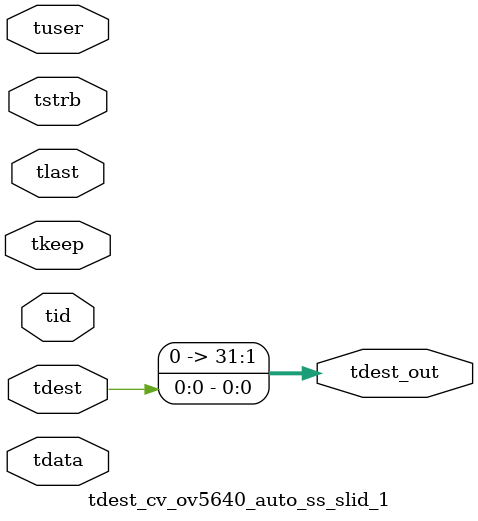
<source format=v>


`timescale 1ps/1ps

module tdest_cv_ov5640_auto_ss_slid_1 #
(
parameter C_S_AXIS_TDATA_WIDTH = 32,
parameter C_S_AXIS_TUSER_WIDTH = 0,
parameter C_S_AXIS_TID_WIDTH   = 0,
parameter C_S_AXIS_TDEST_WIDTH = 0,
parameter C_M_AXIS_TDEST_WIDTH = 32
)
(
input  [(C_S_AXIS_TDATA_WIDTH == 0 ? 1 : C_S_AXIS_TDATA_WIDTH)-1:0     ] tdata,
input  [(C_S_AXIS_TUSER_WIDTH == 0 ? 1 : C_S_AXIS_TUSER_WIDTH)-1:0     ] tuser,
input  [(C_S_AXIS_TID_WIDTH   == 0 ? 1 : C_S_AXIS_TID_WIDTH)-1:0       ] tid,
input  [(C_S_AXIS_TDEST_WIDTH == 0 ? 1 : C_S_AXIS_TDEST_WIDTH)-1:0     ] tdest,
input  [(C_S_AXIS_TDATA_WIDTH/8)-1:0 ] tkeep,
input  [(C_S_AXIS_TDATA_WIDTH/8)-1:0 ] tstrb,
input                                                                    tlast,
output [C_M_AXIS_TDEST_WIDTH-1:0] tdest_out
);

assign tdest_out = {tdest[0:0]};

endmodule


</source>
